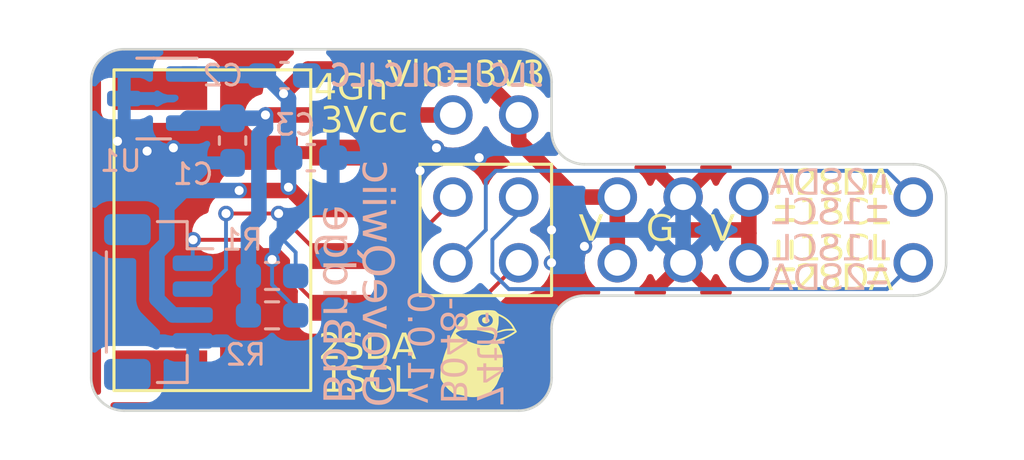
<source format=kicad_pcb>
(kicad_pcb (version 20240108) (generator "pcbnew") (generator_version "8.0")
  (layers (0 "F.Cu" signal) (31 "B.Cu" signal) (34 "B.Paste" user) (35 "F.Paste" user) (36 "B.SilkS" user "B.Silkscreen") (37 "F.SilkS" user "F.Silkscreen") (38 "B.Mask" user) (39 "F.Mask" user) (44 "Edge.Cuts" user))
  (net 0 "")
  (net 1 "GND")
  (net 2 "VCC")
  (net 3 "Net-(JP2-B1)")
  (net 4 "Net-(CH3-Pad2)")
  (net 5 "/SCL")
  (net 6 "/SDA")
  (net 7 "+3V3")
  (footprint "74th:PinOut_Pin_2" (layer "F.Cu") (at 87.63 73.66 90)
    (property "Reference" "CH1" (hide yes))
    (property "Value" "Breadboard Power")
    (pad "1" thru_hole circle (at 0 0 90) (size 1.524 1.524) (drill 1) (layers "*.Cu" "*.Mask") (net 2 "VCC"))
    (pad "2" thru_hole circle (at 2.54 0 90) (size 1.524 1.524) (drill 1) (layers "*.Cu" "*.Mask") (net 2 "VCC"))
  )
  (footprint "74th:PinOut_Pin_2" (layer "F.Cu") (at 99.06 73.66 90)
    (property "Reference" "CH3" (hide yes))
    (property "Value" "Breadboard I2C")
    (pad "1" thru_hole circle (at 0 0 90) (size 1.524 1.524) (drill 1) (layers "*.Cu" "*.Mask") (net 3 "Net-(JP2-B1)"))
    (pad "2" thru_hole circle (at 2.54 0 90) (size 1.524 1.524) (drill 1) (layers "*.Cu" "*.Mask") (net 4 "Net-(CH3-Pad2)"))
  )
  (footprint "74th:PinOut_PokaYoke" (layer "F.Cu") (at 82.55 72.39)
    (property "Reference" "JP2" (hide yes))
    (property "Value" "~" (hide yes))
    (fp_rect (start -2.54 -2.54) (end 2.54 2.54) (stroke (width 0.12)) (fill none) (layer "F.SilkS"))
    (pad "1" thru_hole circle (at -1.27 -1.27) (size 1.524 1.524) (drill 1) (layers "*.Cu" "*.Mask") (net 6 "/SDA"))
    (pad "2" thru_hole circle (at 1.27 -1.27) (size 1.524 1.524) (drill 1) (layers "*.Cu" "*.Mask") (net 3 "Net-(JP2-B1)"))
    (pad "3" thru_hole circle (at -1.27 1.27) (size 1.524 1.524) (drill 1) (layers "*.Cu" "*.Mask") (net 4 "Net-(CH3-Pad2)"))
    (pad "4" thru_hole circle (at 1.27 1.27) (size 1.524 1.524) (drill 1) (layers "*.Cu" "*.Mask") (net 5 "/SCL"))
  )
  (footprint "74th:Logo_74th_4mm" (layer "F.Cu") (at 82.169 77.343)
    (property "Reference" "MISC-ICON" (hide yes))
    (property "Value" "LOGO" (hide yes))
    (fp_poly (pts (xy 0.399165 -1.581118) (xy 0.420822 -1.576964) (xy 0.439946 -1.567833) (xy 0.453666 -1.55869) (xy 0.487621 -1.530623) (xy 0.508813 -1.502115) (xy 0.519752 -1.469431) (xy 0.521463 -1.457794) (xy 0.523017 -1.436743) (xy 0.520177 -1.42204) (xy 0.510515 -1.408073) (xy 0.491924 -1.389535) (xy 0.468598 -1.369727) (xy 0.44494 -1.353334) (xy 0.432537 -1.346784) (xy 0.392312 -1.337093) (xy 0.348961 -1.338191) (xy 0.309286 -1.349718) (xy 0.301534 -1.353728) (xy 0.267487 -1.378858) (xy 0.246763 -1.409139) (xy 0.237154 -1.448006) (xy 0.236531 -1.454844) (xy 0.239228 -1.499629) (xy 0.254394 -1.535203) (xy 0.281555 -1.561108) (xy 0.320236 -1.576886) (xy 0.36846 -1.582082)) (fill solid) (layer "F.SilkS"))
    (fp_poly (pts (xy 0.519394 -1.851859) (xy 0.58367 -1.850197) (xy 0.636187 -1.846941) (xy 0.678871 -1.841644) (xy 0.713646 -1.833862) (xy 0.742438 -1.82315) (xy 0.767173 -1.809064) (xy 0.789776 -1.791158) (xy 0.812173 -1.768988) (xy 0.814864 -1.766099) (xy 0.83959 -1.741489) (xy 0.864419 -1.722369) (xy 0.894592 -1.705192) (xy 0.927539 -1.689828) (xy 1.042763 -1.632057) (xy 1.150334 -1.564234) (xy 1.247405 -1.488246) (xy 1.287831 -1.450989) (xy 1.333186 -1.403532) (xy 1.378775 -1.349886) (xy 1.421345 -1.294259) (xy 1.457644 -1.240857) (xy 1.480139 -1.202263) (xy 1.500112 -1.16538) (xy 1.521379 -1.12781) (xy 1.54059 -1.095412) (xy 1.548323 -1.083068) (xy 1.5625 -1.059484) (xy 1.571766 -1.040912) (xy 1.574217 -1.031193) (xy 1.574119 -1.030997) (xy 1.57638 -1.023359) (xy 1.580126 -1.021331) (xy 1.585245 -1.019255) (xy 1.586478 -1.016385) (xy 1.581976 -1.010855) (xy 1.56989 -1.000799) (xy 1.548369 -0.984351) (xy 1.529048 -0.969803) (xy 1.483218 -0.937689) (xy 1.425368 -0.901051) (xy 1.357915 -0.861354) (xy 1.283271 -0.820062) (xy 1.273515 -0.81484) (xy 1.245891 -0.80068) (xy 1.211051 -0.783669) (xy 1.171821 -0.765089) (xy 1.131026 -0.746225) (xy 1.091489 -0.728361) (xy 1.056036 -0.712778) (xy 1.027492 -0.700762) (xy 1.008681 -0.693596) (xy 1.003611 -0.692201) (xy 0.990335 -0.687594) (xy 0.987804 -0.685703) (xy 0.977172 -0.683677) (xy 0.971952 -0.68501) (xy 0.962387 -0.684363) (xy 0.960996 -0.680811) (xy 0.955303 -0.675796) (xy 0.949277 -0.676904) (xy 0.939254 -0.676347) (xy 0.937557 -0.672292) (xy 0.932996 -0.666715) (xy 0.930115 -0.667781) (xy 0.920337 -0.665942) (xy 0.902913 -0.656376) (xy 0.887906 -0.645841) (xy 0.864545 -0.629862) (xy 0.842696 -0.617924) (xy 0.832844 -0.614209) (xy 0.817868 -0.608324) (xy 0.81255 -0.60261) (xy 0.816625 -0.593608) (xy 0.827533 -0.575001) (xy 0.843296 -0.550088) (xy 0.851701 -0.537314) (xy 0.902322 -0.453492) (xy 0.947044 -0.363938) (xy 0.983956 -0.273072) (xy 1.011144 -0.185318) (xy 1.019364 -0.149669) (xy 1.028545 -0.092127) (xy 1.035472 -0.023098) (xy 1.04005 0.053431) (xy 1.04219 0.133472) (xy 1.041798 0.213036) (xy 1.038782 0.288136) (xy 1.033051 0.354784) (xy 1.031323 0.368615) (xy 1.02372 0.420185) (xy 1.014904 0.468115) (xy 1.004121 0.514759) (xy 0.990614 0.562473) (xy 0.973631 0.613611) (xy 0.952415 0.67053) (xy 0.926211 0.735583) (xy 0.894266 0.811126) (xy 0.875761 0.853893) (xy 0.856627 0.898061) (xy 0.83982 0.937222) (xy 0.826273 0.969171) (xy 0.816921 0.991701) (xy 0.812698 1.002606) (xy 0.81255 1.003224) (xy 0.808401 1.011196) (xy 0.797416 1.028689) (xy 0.781786 1.05247) (xy 0.7637 1.079304) (xy 0.745349 1.10596) (xy 0.728924 1.129202) (xy 0.716615 1.145797) (xy 0.712805 1.150461) (xy 0.705277 1.160871) (xy 0.705424 1.164134) (xy 0.702695 1.169085) (xy 0.691122 1.18212) (xy 0.673143 1.200509) (xy 0.671476 1.202155) (xy 0.652228 1.221827) (xy 0.638389 1.237351) (xy 0.632858 1.24547) (xy 0.632851 1.245584) (xy 0.628361 1.254281) (xy 0.61686 1.270676) (xy 0.607459 1.282862) (xy 0.573915 1.31391) (xy 0.535189 1.335954) (xy 0.502635 1.351883) (xy 0.468925 1.370205) (xy 0.450117 1.381473) (xy 0.417095 1.398973) (xy 0.372824 1.417424) (xy 0.321494 1.435368) (xy 0.267294 1.45135) (xy 0.214416 1.463913) (xy 0.21095 1.464611) (xy 0.171588 1.473065) (xy 0.128366 1.483287) (xy 0.096468 1.491512) (xy 0.044695 1.501916) (xy -0.019315 1.508652) (xy -0.092571 1.511554) (xy -0.172082 1.510457) (xy -0.210951 1.508502) (xy -0.256899 1.504602) (xy -0.300575 1.498317) (xy -0.347135 1.488696) (xy -0.401734 1.474784) (xy -0.418986 1.470039) (xy -0.510819 1.446052) (xy -0.593934 1.427918) (xy -0.673633 1.414588) (xy -0.739757 1.406546) (xy -0.791883 1.398014) (xy -0.840713 1.382378) (xy -0.864765 1.372058) (xy -0.891263 1.359609) (xy -0.910313 1.349984) (xy -0.919117 1.344629) (xy -0.919022 1.343998) (xy -0.916579 1.339668) (xy -0.926538 1.327579) (xy -0.948168 1.308432) (xy -0.980736 1.282932) (xy -0.989761 1.276194) (xy -1.031279 1.241672) (xy -1.078037 1.196485) (xy -1.12758 1.143567) (xy -1.177455 1.085854) (xy -1.225208 1.026279) (xy -1.268383 0.967778) (xy -1.304528 0.913285) (xy -1.328484 0.871147) (xy -1.344006 0.838326) (xy -1.355571 0.807185) (xy -1.363643 0.774688) (xy -1.368684 0.737799) (xy -1.371158 0.693482) (xy -1.371529 0.638701) (xy -1.370812 0.593786) (xy -1.3645 0.495274) (xy -1.349791 0.385193) (xy -1.327029 0.264927) (xy -1.296555 0.135861) (xy -1.258711 -0.000619) (xy -1.213839 -0.14313) (xy -1.162282 -0.290286) (xy -1.133708 -0.366199) (xy -1.116917 -0.410584) (xy -1.102569 -0.450025) (xy -1.091462 -0.482206) (xy -1.084391 -0.504808) (xy -1.082152 -0.515516) (xy -1.082268 -0.515931) (xy -1.080338 -0.523654) (xy -1.077893 -0.524872) (xy -1.070864 -0.533905) (xy -1.068369 -0.545072) (xy -1.065091 -0.558757) (xy -1.061148 -0.562535) (xy -1.058282 -0.568328) (xy -1.05974 -0.574255) (xy -1.059511 -0.584295) (xy -1.055834 -0.585974) (xy -1.050819 -0.591667) (xy -1.051927 -0.597693) (xy -1.051698 -0.607734) (xy -1.048021 -0.609413) (xy -1.043006 -0.615106) (xy -1.044114 -0.621132) (xy -1.043885 -0.631173) (xy -1.040208 -0.632852) (xy -1.035193 -0.638545) (xy -1.036302 -0.644571) (xy -1.035744 -0.654594) (xy -1.031689 -0.656291) (xy -1.026246 -0.661028) (xy -1.027407 -0.664104) (xy -1.027537 -0.671336) (xy -1.025264 -0.671917) (xy -1.018958 -0.6782) (xy -1.018292 -0.682846) (xy -1.014597 -0.700545) (xy -1.004242 -0.729603) (xy -0.988322 -0.767813) (xy -0.967932 -0.812968) (xy -0.944168 -0.862862) (xy -0.918125 -0.915287) (xy -0.899237 -0.951881) (xy -0.774729 -0.951881) (xy -0.7632 -0.932436) (xy -0.739381 -0.907849) (xy -0.704207 -0.878848) (xy -0.658614 -0.846165) (xy -0.603536 -0.810531) (xy -0.539909 -0.772677) (xy -0.492218 -0.746031) (xy -0.344691 -0.671557) (xy -0.198527 -0.609605) (xy -0.055543 -0.560901) (xy 0.026786 -0.538625) (xy 0.08342 -0.52533) (xy 0.130992 -0.515599) (xy 0.173946 -0.508953) (xy 0.216726 -0.504912) (xy 0.263776 -0.502993) (xy 0.319541 -0.502718) (xy 0.35549 -0.503092) (xy 0.405859 -0.503989) (xy 0.443625 -0.505321) (xy 0.471813 -0.507425) (xy 0.493447 -0.510636) (xy 0.511549 -0.515289) (xy 0.529144 -0.521719) (xy 0.531282 -0.522592) (xy 0.560488 -0.536096) (xy 0.595036 -0.554201) (xy 0.626028 -0.572139) (xy 0.677803 -0.604006) (xy 0.680366 -0.670822) (xy 0.765672 -0.670822) (xy 0.822316 -0.701642) (xy 0.859197 -0.719698) (xy 0.900922 -0.737134) (xy 0.937557 -0.749885) (xy 0.975923 -0.762814) (xy 1.02414 -0.781359) (xy 1.078255 -0.803816) (xy 1.134318 -0.828477) (xy 1.188375 -0.853638) (xy 1.236473 -0.877592) (xy 1.250076 -0.884786) (xy 1.292208 -0.908007) (xy 1.335254 -0.932671) (xy 1.377057 -0.957438) (xy 1.415457 -0.980966) (xy 1.448293 -1.001913) (xy 1.473407 -1.018937) (xy 1.488639 -1.030698) (xy 1.492279 -1.03524) (xy 1.490641 -1.044534) (xy 1.48445 -1.051484) (xy 1.471789 -1.056418) (xy 1.450742 -1.059663) (xy 1.419392 -1.061547) (xy 1.375822 -1.062398) (xy 1.332503 -1.062555) (xy 1.257335 -1.061575) (xy 1.193652 -1.058288) (xy 1.137412 -1.052155) (xy 1.084575 -1.042637) (xy 1.0311 -1.029194) (xy 0.990283 -1.016893) (xy 0.95424 -1.006027) (xy 0.919408 -0.996525) (xy 0.891389 -0.989879) (xy 0.882866 -0.988278) (xy 0.858415 -0.983332) (xy 0.839058 -0.977678) (xy 0.834699 -0.975796) (xy 0.824013 -0.963379) (xy 0.812268 -0.938581) (xy 0.800295 -0.90453) (xy 0.788923 -0.864358) (xy 0.778984 -0.821194) (xy 0.77131 -0.778167) (xy 0.76673 -0.738407) (xy 0.765807 -0.716294) (xy 0.765672 -0.670822) (xy 0.680366 -0.670822) (xy 0.681877 -0.710232) (xy 0.68429 -0.753711) (xy 0.687926 -0.795536) (xy 0.692312 -0.831193) (xy 0.696972 -0.856168) (xy 0.697411 -0.85782) (xy 0.708871 -0.899183) (xy 0.685424 -0.911308) (xy 0.65061 -0.927748) (xy 0.610802 -0.943381) (xy 0.564414 -0.958631) (xy 0.509862 -0.973924) (xy 0.445561 -0.989685) (xy 0.369924 -1.006338) (xy 0.281367 -1.024308) (xy 0.218763 -1.036396) (xy 0.1908 -1.041711) (xy 0.820363 -1.041711) (xy 0.822054 -1.035208) (xy 0.828463 -1.032507) (xy 0.841593 -1.03403) (xy 0.863447 -1.040196) (xy 0.896027 -1.051427) (xy 0.935066 -1.065798) (xy 0.991401 -1.085937) (xy 1.041008 -1.10125) (xy 1.087985 -1.112489) (xy 1.136428 -1.120406) (xy 1.190433 -1.125755) (xy 1.254097 -1.129288) (xy 1.287188 -1.130492) (xy 1.332434 -1.132113) (xy 1.371762 -1.133824) (xy 1.402725 -1.135496) (xy 1.422875 -1.136996) (xy 1.429775 -1.138157) (xy 1.425696 -1.150035) (xy 1.414846 -1.171236) (xy 1.39931 -1.198206) (xy 1.381171 -1.22739) (xy 1.362512 -1.255236) (xy 1.355002 -1.265703) (xy 1.327364 -1.300225) (xy 1.292004 -1.339925) (xy 1.251962 -1.381789) (xy 1.21028 -1.422802) (xy 1.169999 -1.45995) (xy 1.134161 -1.490219) (xy 1.111813 -1.506736) (xy 1.084678 -1.523962) (xy 1.05151 -1.543585) (xy 1.01522 -1.564052) (xy 0.978719 -1.58381) (xy 0.944919 -1.601306) (xy 0.916729 -1.614985) (xy 0.897062 -1.623296) (xy 0.890004 -1.625089) (xy 0.886082 -1.622668) (xy 0.883142 -1.614171) (xy 0.881037 -1.597737) (xy 0.879624 -1.571501) (xy 0.878755 -1.533601) (xy 0.878286 -1.482172) (xy 0.878248 -1.474689) (xy 0.877821 -1.420455) (xy 0.876828 -1.37758) (xy 0.874833 -1.341794) (xy 0.871401 -1.308832) (xy 0.866093 -1.274424) (xy 0.858475 -1.234304) (xy 0.848949 -1.188204) (xy 0.839698 -1.143596) (xy 0.831694 -1.103933) (xy 0.825461 -1.071889) (xy 0.82152 -1.050143) (xy 0.820363 -1.041711) (xy 0.1908 -1.041711) (xy 0.019532 -1.074265) (xy -0.261735 -1.074275) (xy -0.335766 -1.074244) (xy -0.396041 -1.07408) (xy -0.444428 -1.073681) (xy -0.482798 -1.072948) (xy -0.51302 -1.071779) (xy -0.536963 -1.070075) (xy -0.556497 -1.067735) (xy -0.573492 -1.064658) (xy -0.589816 -1.060745) (xy -0.60734 -1.055895) (xy -0.608117 -1.055673) (xy -0.648162 -1.041613) (xy -0.689321 -1.02276) (xy -0.727276 -1.001476) (xy -0.75771 -0.980124) (xy -0.773032 -0.96545) (xy -0.774729 -0.951881) (xy -0.899237 -0.951881) (xy -0.890898 -0.968036) (xy -0.863582 -1.018903) (xy -0.837273 -1.065681) (xy -0.813065 -1.106163) (xy -0.793005 -1.136789) (xy -0.77551 -1.162057) (xy -0.752384 -1.195828) (xy -0.726688 -1.233619) (xy -0.702386 -1.269601) (xy -0.678095 -1.304402) (xy -0.651801 -1.339222) (xy -0.621937 -1.375866) (xy -0.586937 -1.416139) (xy -0.545233 -1.461849) (xy -0.497753 -1.512155) (xy 0.089225 -1.512155) (xy 0.092186 -1.459923) (xy 0.093791 -1.449085) (xy 0.109502 -1.387711) (xy 0.136306 -1.335607) (xy 0.175859 -1.289593) (xy 0.177449 -1.288095) (xy 0.223679 -1.250323) (xy 0.268844 -1.22595) (xy 0.316104 -1.214215) (xy 0.36862 -1.214355) (xy 0.429555 -1.225608) (xy 0.432952 -1.226468) (xy 0.502915 -1.250026) (xy 0.560012 -1.281515) (xy 0.603944 -1.320694) (xy 0.634413 -1.367325) (xy 0.645587 -1.396958) (xy 0.654385 -1.453045) (xy 0.648259 -1.507014) (xy 0.627889 -1.557567) (xy 0.593954 -1.603409) (xy 0.547133 -1.643243) (xy 0.502989 -1.668878) (xy 0.485448 -1.677077) (xy 0.469994 -1.682628) (xy 0.453176 -1.685932) (xy 0.431544 -1.687386) (xy 0.401647 -1.687389) (xy 0.360034 -1.686342) (xy 0.353595 -1.686149) (xy 0.298222 -1.683511) (xy 0.255084 -1.678706) (xy 0.220835 -1.67075) (xy 0.192128 -1.65866) (xy 0.165617 -1.641453) (xy 0.145697 -1.625068) (xy 0.115148 -1.591907) (xy 0.096602 -1.555209) (xy 0.089225 -1.512155) (xy -0.497753 -1.512155) (xy -0.495258 -1.514799) (xy -0.438644 -1.573505) (xy -0.354714 -1.650899) (xy -0.266101 -1.714449) (xy -0.170237 -1.765795) (xy -0.082981 -1.800435) (xy -0.043247 -1.813301) (xy -0.004579 -1.823934) (xy 0.035008 -1.83253) (xy 0.077503 -1.839287) (xy 0.124892 -1.8444) (xy 0.179163 -1.848068) (xy 0.242302 -1.850486) (xy 0.316297 -1.851851) (xy 0.403134 -1.852361) (xy 0.441433 -1.852369)) (fill solid) (layer "F.SilkS"))
  )
  (footprint "74th:Connector_HY-2.0_SMD_4Pin" (layer "F.Cu") (at 77.49 72.4 -90)
    (property "Reference" "CH4" (hide yes))
    (property "Value" "Grove" (hide yes))
    (fp_rect (start -6.2 1.7) (end 6.2 9.3) (stroke (width 0.12)) (fill none) (layer "F.SilkS"))
    (pad "" smd rect (at -5.4 7.5 90) (size 1.5 3.6) (layers "F.Cu" "F.Paste" "F.Mask"))
    (pad "" smd rect (at 5.4 7.5 90) (size 1.5 3.6) (layers "F.Cu" "F.Paste" "F.Mask"))
    (pad "1" smd rect (at 3 0 90) (size 1 3.4) (layers "F.Cu" "F.Paste" "F.Mask") (net 5 "/SCL"))
    (pad "2" smd rect (at 1 0 90) (size 1 3.4) (layers "F.Cu" "F.Paste" "F.Mask") (net 6 "/SDA"))
    (pad "3" smd rect (at -1 0 90) (size 1 3.4) (layers "F.Cu" "F.Paste" "F.Mask") (net 2 "VCC"))
    (pad "4" smd rect (at -3 0 90) (size 1 3.4) (layers "F.Cu" "F.Paste" "F.Mask") (net 1 "GND"))
  )
  (footprint "74th:PinOut_Pin_2" (layer "F.Cu") (at 83.82 67.945 180)
    (property "Reference" "JP1" (hide yes))
    (property "Value" "Jumper_2_Open")
    (pad "1" thru_hole circle (at 0 0 180) (size 1.524 1.524) (drill 1) (layers "*.Cu" "*.Mask") (net 2 "VCC"))
    (pad "2" thru_hole circle (at 2.54 0 180) (size 1.524 1.524) (drill 1) (layers "*.Cu" "*.Mask") (net 7 "+3V3"))
  )
  (footprint "74th:PinOut_Pin_2" (layer "F.Cu") (at 90.17 73.66 90)
    (property "Reference" "CH2" (hide yes))
    (property "Value" "Breadboard GND")
    (pad "1" thru_hole circle (at 0 0 90) (size 1.524 1.524) (drill 1) (layers "*.Cu" "*.Mask") (net 1 "GND"))
    (pad "2" thru_hole circle (at 2.54 0 90) (size 1.524 1.524) (drill 1) (layers "*.Cu" "*.Mask") (net 1 "GND"))
  )
  (footprint "74th:PinOut_Pin_2" (layer "F.Cu") (at 92.71 73.66 90)
    (property "Reference" "CH5" (hide yes))
    (property "Value" "Breadboard Power")
    (pad "1" thru_hole circle (at 0 0 90) (size 1.524 1.524) (drill 1) (layers "*.Cu" "*.Mask") (net 2 "VCC"))
    (pad "2" thru_hole circle (at 2.54 0 90) (size 1.524 1.524) (drill 1) (layers "*.Cu" "*.Mask") (net 2 "VCC"))
  )
  (footprint "74th:Register_0603_1608" (layer "B.Cu") (at 74.295 74.168)
    (property "Reference" "R1" (at -1.143 -1.397 0) (layer "B.SilkS") (effects (font (size 0.8 0.8) (thickness 0.12)) (justify mirror)))
    (property "Value" "1k" (hide yes))
    (fp_line (start 0.254724 -0.5225) (end -0.254724 -0.5225) (stroke (width 0.12)) (layer "B.SilkS"))
    (fp_line (start 0.254724 0.5225) (end -0.254724 0.5225) (stroke (width 0.12)) (layer "B.SilkS"))
    (pad "1" smd roundrect (at -0.9125 0) (size 0.975 0.95) (layers "B.Cu" "B.Paste" "B.Mask") (net 7 "+3V3"))
    (pad "2" smd roundrect (at 0.9125 0) (size 0.975 0.95) (layers "B.Cu" "B.Paste" "B.Mask") (net 6 "/SDA"))
  )
  (footprint "74th:Register_0603_1608" (layer "B.Cu") (at 74.295 75.692)
    (property "Reference" "R2" (at -1.016 1.524 0) (layer "B.SilkS") (effects (font (size 0.8 0.8) (thickness 0.12)) (justify mirror)))
    (property "Value" "1k" (hide yes))
    (fp_line (start 0.254724 -0.5225) (end -0.254724 -0.5225) (stroke (width 0.12)) (layer "B.SilkS"))
    (fp_line (start 0.254724 0.5225) (end -0.254724 0.5225) (stroke (width 0.12)) (layer "B.SilkS"))
    (pad "1" smd roundrect (at -0.9125 0) (size 0.975 0.95) (layers "B.Cu" "B.Paste" "B.Mask") (net 7 "+3V3"))
    (pad "2" smd roundrect (at 0.9125 0) (size 0.975 0.95) (layers "B.Cu" "B.Paste" "B.Mask") (net 5 "/SCL"))
  )
  (footprint "74th:Capacitor_0603_1608" (layer "B.Cu") (at 74.676 66.421)
    (property "Reference" "C2" (at -2.286 0 360) (layer "B.SilkS") (effects (font (size 0.8 0.8) (thickness 0.12)) (justify mirror)))
    (property "Value" "0.1u" (hide yes))
    (fp_line (start 0.246267 -0.51) (end -0.046267 -0.51) (stroke (width 0.12)) (layer "B.SilkS"))
    (fp_line (start 0.246267 0.51) (end -0.046267 0.51) (stroke (width 0.12)) (layer "B.SilkS"))
    (pad "1" smd roundrect (at -0.7625 0) (size 1.075 0.95) (layers "B.Cu" "B.Paste" "B.Mask") (net 2 "VCC"))
    (pad "2" smd roundrect (at 0.9625 0) (size 1.075 0.95) (layers "B.Cu" "B.Paste" "B.Mask") (net 1 "GND"))
  )
  (footprint "74th:Package_SOT-23" (layer "B.Cu") (at 69.723 67.31 180)
    (property "Reference" "U1" (at 1.27 -2.413 180) (layer "B.SilkS") (effects (font (size 0.8 0.8) (thickness 0.12)) (justify mirror)))
    (property "Value" "AP7333-33SAG")
    (fp_line (start 0.65 1.56) (end 0 1.56) (stroke (width 0.12)) (layer "B.SilkS"))
    (fp_line (start 0.65 -1.56) (end 0 -1.56) (stroke (width 0.12)) (layer "B.SilkS"))
    (fp_line (start -0.65 -1.56) (end 0 -1.56) (stroke (width 0.12)) (layer "B.SilkS"))
    (fp_line (start -1.675 1.56) (end 0 1.56) (stroke (width 0.12)) (layer "B.SilkS"))
    (pad "1" smd roundrect (at -1.1375 0.95 180) (size 1.325 0.6) (layers "B.Cu" "B.Paste" "B.Mask") (net 2 "VCC"))
    (pad "2" smd roundrect (at -1.1375 -0.95 180) (size 1.325 0.6) (layers "B.Cu" "B.Paste" "B.Mask") (net 7 "+3V3"))
    (pad "3" smd roundrect (at 1.1375 0 180) (size 1.325 0.6) (layers "B.Cu" "B.Paste" "B.Mask") (net 1 "GND"))
  )
  (footprint "74th:Capacitor_0603_1608" (layer "B.Cu") (at 75.692 69.596)
    (property "Reference" "C3" (at -0.508 -1.27 0) (layer "B.SilkS") (effects (font (size 0.8 0.8) (thickness 0.12)) (justify mirror)))
    (property "Value" "10u" (hide yes))
    (fp_line (start 0.246267 -0.51) (end -0.046267 -0.51) (stroke (width 0.12)) (layer "B.SilkS"))
    (fp_line (start 0.246267 0.51) (end -0.046267 0.51) (stroke (width 0.12)) (layer "B.SilkS"))
    (pad "1" smd roundrect (at -0.7625 0) (size 1.075 0.95) (layers "B.Cu" "B.Paste" "B.Mask") (net 2 "VCC"))
    (pad "2" smd roundrect (at 0.9625 0) (size 1.075 0.95) (layers "B.Cu" "B.Paste" "B.Mask") (net 1 "GND"))
  )
  (footprint "74th:Connector_SH-1.0_SMD_4Pin" (layer "B.Cu") (at 69.907 75.178 -90)
    (property "Reference" "CH6" (hide yes))
    (property "Value" "Qwiic")
    (fp_line (start 1.94 2.01) (end -1.94 2.01) (stroke (width 0.12)) (layer "B.SilkS"))
    (fp_line (start -3.11 -1.11) (end -3.11 0.04) (stroke (width 0.12)) (layer "B.SilkS"))
    (fp_line (start -2.06 -1.11) (end -3.11 -1.11) (stroke (width 0.12)) (layer "B.SilkS"))
    (fp_line (start 2.06 -1.11) (end 3.11 -1.11) (stroke (width 0.12)) (layer "B.SilkS"))
    (fp_line (start 3.11 -1.11) (end 3.11 0.04) (stroke (width 0.12)) (layer "B.SilkS"))
    (fp_line (start -2.06 -2.1) (end -2.06 -1.11) (stroke (width 0.12)) (layer "B.SilkS"))
    (pad "" smd roundrect (at -2.8 1.2 270) (size 1.2 1.8) (layers "B.Cu" "B.Paste" "B.Mask") (roundrect_rratio 0.208333))
    (pad "" smd roundrect (at 2.8 1.2 270) (size 1.2 1.8) (layers "B.Cu" "B.Paste" "B.Mask") (roundrect_rratio 0.208333))
    (pad "1" smd roundrect (at -1.5 -1.325 270) (size 0.6 1.55) (layers "B.Cu" "B.Paste" "B.Mask") (net 5 "/SCL"))
    (pad "2" smd roundrect (at -0.5 -1.325 270) (size 0.6 1.55) (layers "B.Cu" "B.Paste" "B.Mask") (net 6 "/SDA"))
    (pad "3" smd roundrect (at 0.5 -1.325 270) (size 0.6 1.55) (layers "B.Cu" "B.Paste" "B.Mask") (net 2 "VCC"))
    (pad "4" smd roundrect (at 1.5 -1.325 270) (size 0.6 1.55) (layers "B.Cu" "B.Paste" "B.Mask") (net 1 "GND"))
  )
  (footprint "74th:Capacitor_0603_1608" (layer "B.Cu") (at 72.771 68.834 -90)
    (property "Reference" "C1" (at 1.397 1.524 0) (layer "B.SilkS") (effects (font (size 0.8 0.8) (thickness 0.12)) (justify mirror)))
    (property "Value" "0.1u" (hide yes))
    (fp_line (start 0.246267 0.51) (end -0.046267 0.51) (stroke (width 0.12)) (layer "B.SilkS"))
    (fp_line (start 0.246267 -0.51) (end -0.046267 -0.51) (stroke (width 0.12)) (layer "B.SilkS"))
    (pad "1" smd roundrect (at -0.7625 0 270) (size 1.075 0.95) (layers "B.Cu" "B.Paste" "B.Mask") (net 7 "+3V3"))
    (pad "2" smd roundrect (at 0.9625 0 270) (size 1.075 0.95) (layers "B.Cu" "B.Paste" "B.Mask") (net 1 "GND"))
  )
  (footprint "74th:Logo_JLCJLCJLCJLC" (layer "B.Cu") (at 68.199 74.041 90)
    (property "Reference" "REF**" (hide yes))
    (property "Value" "JLCJLCJLCJLC" (at 7.62 12.446 0) (layer "B.SilkS") (effects (font (size 0.8 0.8)) (justify mirror)))
  )
  (gr_line (start 97.3455 73.914) (end 97.9805 73.914) (stroke (width 0.15)) (layer "B.SilkS"))
  (gr_line (start 97.3455 71.501) (end 97.9805 71.501) (stroke (width 0.15)) (layer "B.SilkS"))
  (gr_line (start 97.409 73.4695) (end 97.409 72.8345) (stroke (width 0.15)) (layer "B.SilkS"))
  (gr_line (start 97.3455 72.009) (end 97.9805 72.009) (stroke (width 0.15)) (layer "B.SilkS"))
  (gr_line (start 97.917 70.9295) (end 97.917 70.2945) (stroke (width 0.15)) (layer "B.SilkS"))
  (gr_line (start 97.3455 74.422) (end 97.9805 74.422) (stroke (width 0.15)) (layer "B.SilkS"))
  (gr_line (start 97.917 73.4695) (end 97.917 72.8345) (stroke (width 0.15)) (layer "B.SilkS"))
  (gr_line (start 97.409 70.9295) (end 97.409 70.2945) (stroke (width 0.15)) (layer "B.SilkS"))
  (gr_line (start 94.361 72.8345) (end 94.361 73.4695) (stroke (width 0.15)) (layer "F.SilkS"))
  (gr_line (start 93.7895 72.009) (end 94.4245 72.009) (stroke (width 0.15)) (layer "F.SilkS"))
  (gr_line (start 93.7895 71.501) (end 94.4245 71.501) (stroke (width 0.15)) (layer "F.SilkS"))
  (gr_line (start 94.361 70.2945) (end 94.361 70.9295) (stroke (width 0.15)) (layer "F.SilkS"))
  (gr_line (start 93.853 72.8345) (end 93.853 73.4695) (stroke (width 0.15)) (layer "F.SilkS"))
  (gr_line (start 93.7895 74.422) (end 94.4245 74.422) (stroke (width 0.15)) (layer "F.SilkS"))
  (gr_line (start 93.7895 73.914) (end 94.4245 73.914) (stroke (width 0.15)) (layer "F.SilkS"))
  (gr_line (start 93.853 70.2945) (end 93.853 70.9295) (stroke (width 0.15)) (layer "F.SilkS"))
  (gr_arc (start 85.09 76.2) (mid 85.461974 75.301974) (end 86.36 74.93) (stroke (width 0.1)) (layer "Edge.Cuts"))
  (gr_arc (start 85.09 78.105) (mid 84.718026 79.003026) (end 83.82 79.375) (stroke (width 0.1)) (layer "Edge.Cuts"))
  (gr_arc (start 68.58 79.375) (mid 67.681974 79.003026) (end 67.31 78.105) (stroke (width 0.1)) (layer "Edge.Cuts"))
  (gr_line (start 83.82 65.405) (end 68.58 65.405) (stroke (width 0.1)) (layer "Edge.Cuts"))
  (gr_line (start 85.09 78.105) (end 85.09 76.2) (stroke (width 0.1)) (layer "Edge.Cuts"))
  (gr_line (start 68.58 79.375) (end 83.82 79.375) (stroke (width 0.1)) (layer "Edge.Cuts"))
  (gr_line (start 85.09 68.58) (end 85.09 66.675) (stroke (width 0.1)) (layer "Edge.Cuts"))
  (gr_arc (start 83.82 65.405) (mid 84.718026 65.776974) (end 85.09 66.675) (stroke (width 0.1)) (layer "Edge.Cuts"))
  (gr_line (start 67.31 78.105) (end 67.31 66.675) (stroke (width 0.1)) (layer "Edge.Cuts"))
  (gr_arc (start 86.36 69.85) (mid 85.461974 69.478026) (end 85.09 68.58) (stroke (width 0.1)) (layer "Edge.Cuts"))
  (gr_line (start 86.36 69.85) (end 99.06 69.85) (stroke (width 0.1)) (layer "Edge.Cuts"))
  (gr_arc (start 100.33 73.66) (mid 99.958026 74.558026) (end 99.06 74.93) (stroke (width 0.1)) (layer "Edge.Cuts"))
  (gr_line (start 99.06 74.93) (end 86.36 74.93) (stroke (width 0.1)) (layer "Edge.Cuts"))
  (gr_arc (start 67.31 66.675) (mid 67.681974 65.776974) (end 68.58 65.405) (stroke (width 0.1)) (layer "Edge.Cuts"))
  (gr_line (start 100.33 71.12) (end 100.33 73.66) (stroke (width 0.1)) (layer "Edge.Cuts"))
  (gr_arc (start 99.06 69.85) (mid 99.958026 70.221974) (end 100.33 71.12) (stroke (width 0.1)) (layer "Edge.Cuts"))
  (gr_text "GroveQwiic" (at 77.597 79.248 270) (layer "B.SilkS") (effects (font (size 1.2 1.2) (thickness 0.12)) (justify left bottom mirror)))
  (gr_text "2SDA" (at 95.377 74.295 -0) (layer "B.SilkS") (effects (font (size 1 1) (thickness 0.12)) (justify mirror)))
  (gr_text "2SDA" (at 95.377 70.612 -0) (layer "B.SilkS") (effects (font (size 1 1) (thickness 0.12)) (justify mirror)))
  (gr_text "B048-" (at 80.645 79.121 270) (layer "B.SilkS") (effects (font (size 1 1) (thickness 0.12)) (justify left bottom mirror)))
  (gr_text "1SCL" (at 95.377 71.755 -0) (layer "B.SilkS") (effects (font (size 1 1) (thickness 0.12)) (justify mirror)))
  (gr_text "BbBridge" (at 76.073 79.121 270) (layer "B.SilkS") (effects (font (size 1.2 1.2) (thickness 0.12)) (justify left bottom mirror)))
  (gr_text "1SCL" (at 95.377 73.152 -0) (layer "B.SilkS") (effects (font (size 1 1) (thickness 0.12)) (justify mirror)))
  (gr_text "74th-" (at 82.042 79.248 -90) (layer "B.SilkS") (effects (font (size 1 1) (thickness 0.12)) (justify left bottom mirror)))
  (gr_text "v1.0.0" (at 79.375 79.121 270) (layer "B.SilkS") (effects (font (size 1 1) (thickness 0.12)) (justify left bottom mirror)))
  (gr_text "Vin=3V3" (at 81.788 66.421 0) (layer "F.SilkS") (effects (font (size 1 1) (thickness 0.12))))
  (gr_text "2SDA" (at 77.978 76.962 0) (layer "F.SilkS") (effects (font (size 1 1) (thickness 0.12))))
  (gr_text "3Vcc" (at 77.851 68.199 0) (layer "F.SilkS") (effects (font (size 1 1) (thickness 0.12))))
  (gr_text "2SDA" (at 96.393 74.295 0) (layer "F.SilkS") (effects (font (size 1 1) (thickness 0.12))))
  (gr_text "1SCL" (at 77.978 78.232 0) (layer "F.SilkS") (effects (font (size 1 1) (thickness 0.12))))
  (gr_text "1SCL" (at 96.393 73.152 0) (layer "F.SilkS") (effects (font (size 1 1) (thickness 0.12))))
  (gr_text "V" (at 91.694 72.39 0) (layer "F.SilkS") (effects (font (size 1 1) (thickness 0.12))))
  (gr_text "1SCL" (at 96.393 71.755 0) (layer "F.SilkS") (effects (font (size 1 1) (thickness 0.12))))
  (gr_text "2SDA" (at 96.393 70.612 0) (layer "F.SilkS") (effects (font (size 1 1) (thickness 0.12))))
  (gr_text "V" (at 86.614 72.39 0) (layer "F.SilkS") (effects (font (size 1 1) (thickness 0.12))))
  (gr_text "G" (at 89.281 72.39 0) (layer "F.SilkS") (effects (font (size 1 1) (thickness 0.12))))
  (gr_text "4Gn" (at 77.343 66.929 0) (layer "F.SilkS") (effects (font (size 1 1) (thickness 0.12))))
  (via (at 85.09 73.66) (size 0.6) (drill 0.35) (layers "F.Cu" "B.Cu") (net 1))
  (via (at 85.09 72.39) (size 0.6) (drill 0.35) (layers "F.Cu" "B.Cu") (net 1))
  (via (at 80.01 70.104) (size 0.6) (drill 0.35) (layers "F.Cu" "B.Cu") (net 1))
  (via (at 68.326 68.961) (size 0.6) (drill 0.35) (layers "F.Cu" "B.Cu") (net 1))
  (via (at 80.645 69.215) (size 0.6) (drill 0.35) (layers "F.Cu" "B.Cu") (net 1))
  (via (at 70.485 69.215) (size 0.6) (drill 0.35) (layers "F.Cu" "B.Cu") (net 1))
  (via (at 82.296 69.596) (size 0.6) (drill 0.35) (layers "F.Cu" "B.Cu") (net 1))
  (via (at 86.36 73.025) (size 0.6) (drill 0.35) (layers "F.Cu" "B.Cu") (net 1))
  (via (at 69.469 69.342) (size 0.6) (drill 0.35) (layers "F.Cu" "B.Cu") (net 1))
  (segment (start 90.17 71.12) (end 90.17 72.39) (width 0.6) (layer "B.Cu") (net 1))
  (segment (start 90.17 72.39) (end 90.17 73.66) (width 0.6) (layer "B.Cu") (net 1))
  (segment (start 90.17 72.39) (end 85.09 72.39) (width 0.6) (layer "B.Cu") (net 1))
  (segment (start 74.7395 67.1195) (end 75.692 66.167) (width 0.6) (layer "F.Cu") (net 2))
  (segment (start 87.63 72.39) (end 92.583 72.39) (width 0.6) (layer "F.Cu") (net 2))
  (segment (start 87.63 71.12) (end 85.979 71.12) (width 0.6) (layer "F.Cu") (net 2))
  (segment (start 83.82 68.961) (end 85.979 71.12) (width 0.6) (layer "F.Cu") (net 2))
  (segment (start 75.692 66.167) (end 82.042 66.167) (width 0.6) (layer "F.Cu") (net 2))
  (segment (start 92.583 72.39) (end 92.71 72.517) (width 0.6) (layer "F.Cu") (net 2))
  (segment (start 92.71 72.517) (end 92.71 73.66) (width 0.6) (layer "F.Cu") (net 2))
  (segment (start 74.803 70.866) (end 74.93 70.739) (width 0.6) (layer "F.Cu") (net 2))
  (segment (start 87.63 71.12) (end 87.63 72.39) (width 0.6) (layer "F.Cu") (net 2))
  (segment (start 82.042 66.167) (end 83.82 67.945) (width 0.6) (layer "F.Cu") (net 2))
  (segment (start 73.025 70.866) (end 74.803 70.866) (width 0.6) (layer "F.Cu") (net 2))
  (segment (start 75.591 71.4) (end 74.93 70.739) (width 0.6) (layer "F.Cu") (net 2))
  (segment (start 92.71 71.12) (end 92.71 72.517) (width 0.6) (layer "F.Cu") (net 2))
  (segment (start 77.49 71.4) (end 75.591 71.4) (width 0.6) (layer "F.Cu") (net 2))
  (segment (start 87.63 72.39) (end 87.63 73.66) (width 0.6) (layer "F.Cu") (net 2))
  (segment (start 83.82 67.945) (end 83.82 68.961) (width 0.6) (layer "F.Cu") (net 2))
  (via (at 73.025 70.866) (size 0.6) (drill 0.35) (layers "F.Cu" "B.Cu") (net 2))
  (via (at 74.7395 67.1195) (size 0.6) (drill 0.35) (layers "F.Cu" "B.Cu") (net 2))
  (via (at 74.93 70.739) (size 0.6) (drill 0.35) (layers "F.Cu" "B.Cu") (net 2))
  (segment (start 69.85 75.057) (end 70.471 75.678) (width 0.6) (layer "B.Cu") (net 2))
  (segment (start 74.93 70.739) (end 74.93 69.5965) (width 0.6) (layer "B.Cu") (net 2))
  (segment (start 73.9135 66.421) (end 72.899 66.421) (width 0.6) (layer "B.Cu") (net 2))
  (segment (start 74.7395 67.1195) (end 74.9295 67.3095) (width 0.6) (layer "B.Cu") (net 2))
  (segment (start 70.8605 66.36) (end 73.8525 66.36) (width 0.6) (layer "B.Cu") (net 2))
  (segment (start 74.93 69.5965) (end 74.9295 69.596) (width 0.6) (layer "B.Cu") (net 2))
  (segment (start 70.866 70.866) (end 73.025 70.866) (width 0.6) (layer "B.Cu") (net 2))
  (segment (start 70.471 75.678) (end 71.232 75.678) (width 0.6) (layer "B.Cu") (net 2))
  (segment (start 70.231 71.501) (end 70.866 70.866) (width 0.6) (layer "B.Cu") (net 2))
  (segment (start 70.231 72.898) (end 70.231 71.501) (width 0.6) (layer "B.Cu") (net 2))
  (segment (start 69.85 73.279) (end 69.85 75.057) (width 0.6) (layer "B.Cu") (net 2))
  (segment (start 74.9295 67.3095) (end 74.9295 69.596) (width 0.6) (layer "B.Cu") (net 2))
  (segment (start 74.7395 67.1195) (end 74.041 66.421) (width 0.6) (layer "B.Cu") (net 2))
  (segment (start 70.231 72.898) (end 69.85 73.279) (width 0.6) (layer "B.Cu") (net 2))
  (segment (start 74.041 66.421) (end 73.9135 66.421) (width 0.6) (layer "B.Cu") (net 2))
  (segment (start 73.8525 66.36) (end 73.9135 66.421) (width 0.6) (layer "B.Cu") (net 2))
  (segment (start 82.804 74.041) (end 83.439 74.676) (width 0.15) (layer "B.Cu") (net 3))
  (segment (start 83.82 71.755) (end 82.804 72.771) (width 0.15) (layer "B.Cu") (net 3))
  (segment (start 83.82 71.12) (end 83.82 71.755) (width 0.15) (layer "B.Cu") (net 3))
  (segment (start 82.804 72.771) (end 82.804 74.041) (width 0.15) (layer "B.Cu") (net 3))
  (segment (start 98.044 74.676) (end 99.06 73.66) (width 0.15) (layer "B.Cu") (net 3))
  (segment (start 83.439 74.676) (end 98.044 74.676) (width 0.15) (layer "B.Cu") (net 3))
  (segment (start 81.28 73.66) (end 82.55 72.39) (width 0.15) (layer "B.Cu") (net 4))
  (segment (start 82.931 70.104) (end 98.044 70.104) (width 0.15) (layer "B.Cu") (net 4))
  (segment (start 98.044 70.104) (end 99.06 71.12) (width 0.15) (layer "B.Cu") (net 4))
  (segment (start 82.55 72.39) (end 82.55 70.485) (width 0.15) (layer "B.Cu") (net 4))
  (segment (start 82.55 70.485) (end 82.931 70.104) (width 0.15) (layer "B.Cu") (net 4))
  (segment (start 77.02 74.93) (end 77.49 75.4) (width 0.15) (layer "F.Cu") (net 5))
  (segment (start 76.797 75.4) (end 77.49 75.4) (width 0.15) (layer "F.Cu") (net 5))
  (segment (start 74.295 73.533) (end 76.162 75.4) (width 0.15) (layer "F.Cu") (net 5))
  (segment (start 77.686 75.4) (end 77.724 75.438) (width 0.15) (layer "F.Cu") (net 5))
  (segment (start 76.162 75.4) (end 77.49 75.4) (width 0.15) (layer "F.Cu") (net 5))
  (segment (start 82.08 75.4) (end 83.82 73.66) (width 0.15) (layer "F.Cu") (net 5))
  (segment (start 73.533 72.771) (end 74.295 73.533) (width 0.15) (layer "F.Cu") (net 5))
  (segment (start 71.247 72.771) (end 72.771 72.771) (width 0.15) (layer "F.Cu") (net 5))
  (segment (start 77.49 75.4) (end 77.686 75.4) (width 0.15) (layer "F.Cu") (net 5))
  (segment (start 72.771 72.771) (end 73.533 72.771) (width 0.15) (layer "F.Cu") (net 5))
  (segment (start 77.49 75.4) (end 82.08 75.4) (width 0.15) (layer "F.Cu") (net 5))
  (via (at 74.295 73.533) (size 0.6) (drill 0.35) (layers "F.Cu" "B.Cu") (net 5))
  (via (at 71.247 72.771) (size 0.6) (drill 0.35) (layers "F.Cu" "B.Cu") (net 5))
  (segment (start 71.247 72.771) (end 71.232 72.786) (width 0.15) (layer "B.Cu") (net 5))
  (segment (start 74.295 74.502) (end 75.2075 75.4145) (width 0.15) (layer "B.Cu") (net 5))
  (segment (start 71.232 72.786) (end 71.232 73.678) (width 0.15) (layer "B.Cu") (net 5))
  (segment (start 74.295 73.533) (end 74.295 74.502) (width 0.15) (layer "B.Cu") (net 5))
  (segment (start 75.2075 75.4145) (end 75.2075 75.692) (width 0.15) (layer "B.Cu") (net 5))
  (segment (start 75.94 73.4) (end 77.49 73.4) (width 0.15) (layer "F.Cu") (net 6))
  (segment (start 77.49 73.4) (end 79.127 73.4) (width 0.15) (layer "F.Cu") (net 6))
  (segment (start 74.549 71.755) (end 72.517 71.755) (width 0.15) (layer "F.Cu") (net 6))
  (segment (start 74.549 71.755) (end 76.194 73.4) (width 0.15) (layer "F.Cu") (net 6))
  (segment (start 76.194 73.4) (end 77.49 73.4) (width 0.15) (layer "F.Cu") (net 6))
  (segment (start 79.127 73.4) (end 81.28 71.247) (width 0.15) (layer "F.Cu") (net 6))
  (segment (start 81.28 71.247) (end 81.28 71.12) (width 0.15) (layer "F.Cu") (net 6))
  (via (at 74.549 71.755) (size 0.6) (drill 0.35) (layers "F.Cu" "B.Cu") (net 6))
  (via (at 72.517 71.755) (size 0.6) (drill 0.35) (layers "F.Cu" "B.Cu") (net 6))
  (segment (start 71.753 74.678) (end 71.232 74.678) (width 0.15) (layer "B.Cu") (net 6))
  (segment (start 75.2075 73.2555) (end 75.2075 74.168) (width 0.15) (layer "B.Cu") (net 6))
  (segment (start 72.517 71.755) (end 72.517 73.914) (width 0.15) (layer "B.Cu") (net 6))
  (segment (start 74.549 71.755) (end 74.549 72.597) (width 0.15) (layer "B.Cu") (net 6))
  (segment (start 74.549 72.597) (end 75.2075 73.2555) (width 0.15) (layer "B.Cu") (net 6))
  (segment (start 72.517 73.914) (end 71.753 74.678) (width 0.15) (layer "B.Cu") (net 6))
  (segment (start 81.28 67.945) (end 74.041 67.945) (width 0.6) (layer "F.Cu") (net 7))
  (via (at 74.041 67.945) (size 0.6) (drill 0.35) (layers "F.Cu" "B.Cu") (net 7))
  (segment (start 73.787 68.707) (end 73.787 70.866) (width 0.6) (layer "B.Cu") (net 7))
  (segment (start 72.771 68.0715) (end 73.9145 68.0715) (width 0.6) (layer "B.Cu") (net 7))
  (segment (start 74.041 68.453) (end 73.787 68.707) (width 0.6) (layer "B.Cu") (net 7))
  (segment (start 71.049 68.0715) (end 70.8605 68.26) (width 0.6) (layer "B.Cu") (net 7))
  (segment (start 73.9145 68.0715) (end 74.041 67.945) (width 0.6) (layer "B.Cu") (net 7))
  (segment (start 72.771 68.0715) (end 71.049 68.0715) (width 0.6) (layer "B.Cu") (net 7))
  (segment (start 73.3825 75.692) (end 73.3825 72.2865) (width 0.6) (layer "B.Cu") (net 7))
  (segment (start 74.041 67.945) (end 74.041 68.453) (width 0.6) (layer "B.Cu") (net 7))
  (segment (start 73.3825 72.2865) (end 73.787 71.882) (width 0.6) (layer "B.Cu") (net 7))
  (segment (start 73.787 71.882) (end 73.787 70.866) (width 0.6) (layer "B.Cu") (net 7))
  (zone (net 1) (net_name "GND") (layers "F&B.Cu") (connect_pads (clearance 0.5)) (min_thickness 0.25) (fill yes (thermal_gap 0.5) (thermal_bridge_width 0.5))
    (polygon (pts (xy 64.77 63.5) (xy 64.77 81.28) (xy 102.87 81.28) (xy 102.87 63.5)))
  )
)
</source>
